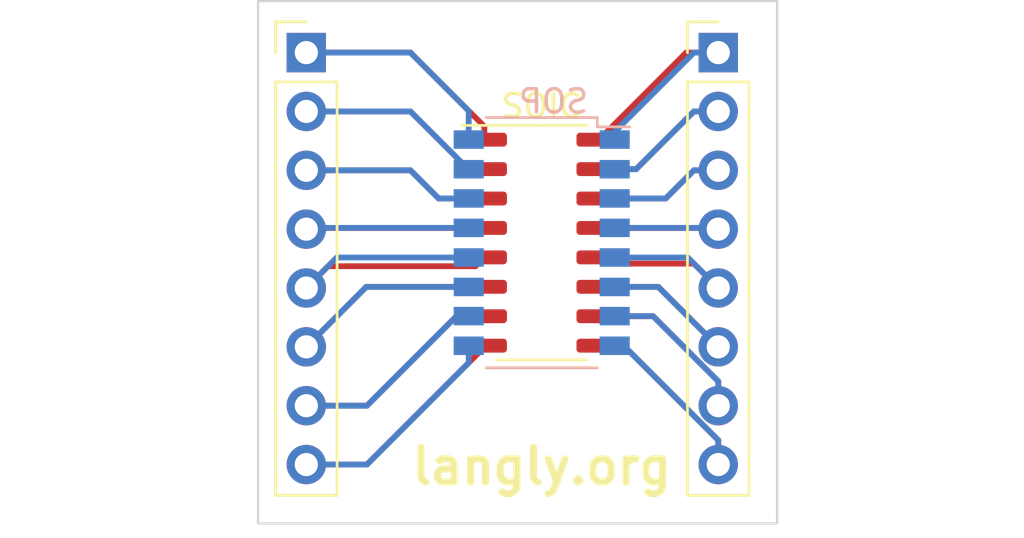
<source format=kicad_pcb>
(kicad_pcb (version 20211014) (generator pcbnew)
  (layers (0 "F.Cu" signal) (31 "B.Cu" signal) (34 "B.Paste" user) (35 "F.Paste" user) (36 "B.SilkS" user "B.Silkscreen") (37 "F.SilkS" user "F.Silkscreen") (38 "B.Mask" user) (39 "F.Mask" user) (44 "Edge.Cuts" user))
  (net 0 "")
  (footprint "LOGO" (layer "F.Cu") (at 142.24 97.536)
    (fp_text reference "G***" hide)
    (fp_text value "LOGO" hide)
  )
  (footprint "Connector_PinHeader_2.54mm:PinHeader_1x08_P2.54mm_Vertical" (layer "F.Cu") (at 132.08 82.22)
    (fp_text reference "REF**" hide)
    (fp_text value "PinHeader_1x08_P2.54mm_Vertical")
    (fp_line (start -1.33 1.27) (end -1.33 19.11) (layer "F.SilkS") (width 0.12))
    (fp_line (start -1.33 -1.33) (end 0 -1.33) (layer "F.SilkS") (width 0.12))
    (fp_line (start 1.33 1.27) (end 1.33 19.11) (layer "F.SilkS") (width 0.12))
    (fp_line (start -1.33 0) (end -1.33 -1.33) (layer "F.SilkS") (width 0.12))
    (fp_line (start -1.33 1.27) (end 1.33 1.27) (layer "F.SilkS") (width 0.12))
    (fp_line (start -1.33 19.11) (end 1.33 19.11) (layer "F.SilkS") (width 0.12))
    (pad "1" thru_hole rect (at 0 0) (size 1.7 1.7) (drill 1) (layers *.Cu *.Mask))
    (pad "2" thru_hole oval (at 0 2.54) (size 1.7 1.7) (drill 1) (layers *.Cu *.Mask))
    (pad "3" thru_hole oval (at 0 5.08) (size 1.7 1.7) (drill 1) (layers *.Cu *.Mask))
    (pad "4" thru_hole oval (at 0 7.62) (size 1.7 1.7) (drill 1) (layers *.Cu *.Mask))
    (pad "5" thru_hole oval (at 0 10.16) (size 1.7 1.7) (drill 1) (layers *.Cu *.Mask))
    (pad "6" thru_hole oval (at 0 12.7) (size 1.7 1.7) (drill 1) (layers *.Cu *.Mask))
    (pad "7" thru_hole oval (at 0 15.24) (size 1.7 1.7) (drill 1) (layers *.Cu *.Mask))
    (pad "8" thru_hole oval (at 0 17.78) (size 1.7 1.7) (drill 1) (layers *.Cu *.Mask))
  )
  (footprint "Package_SO:SOIC-16_3.9x9.9mm_P1.27mm" (layer "F.Cu") (at 142.24 90.424)
    (fp_text reference "SOIC" (at 0 -5.9) (layer "F.SilkS"))
    (fp_text value "SOIC-16_3.9x9.9mm_P1.27mm")
    (fp_line (start 0 -5.06) (end -3.45 -5.06) (layer "F.SilkS") (width 0.12))
    (fp_line (start 0 5.06) (end -1.95 5.06) (layer "F.SilkS") (width 0.12))
    (fp_line (start 0 -5.06) (end 1.95 -5.06) (layer "F.SilkS") (width 0.12))
    (fp_line (start 0 5.06) (end 1.95 5.06) (layer "F.SilkS") (width 0.12))
    (pad "1" smd roundrect (at -2.475 -4.445) (size 1.95 0.6) (layers "F.Cu" "F.Paste" "F.Mask"))
    (pad "2" smd roundrect (at -2.475 -3.175) (size 1.95 0.6) (layers "F.Cu" "F.Paste" "F.Mask"))
    (pad "3" smd roundrect (at -2.475 -1.905) (size 1.95 0.6) (layers "F.Cu" "F.Paste" "F.Mask"))
    (pad "4" smd roundrect (at -2.475 -0.635) (size 1.95 0.6) (layers "F.Cu" "F.Paste" "F.Mask"))
    (pad "5" smd roundrect (at -2.475 0.635) (size 1.95 0.6) (layers "F.Cu" "F.Paste" "F.Mask"))
    (pad "6" smd roundrect (at -2.475 1.905) (size 1.95 0.6) (layers "F.Cu" "F.Paste" "F.Mask"))
    (pad "7" smd roundrect (at -2.475 3.175) (size 1.95 0.6) (layers "F.Cu" "F.Paste" "F.Mask"))
    (pad "8" smd roundrect (at -2.475 4.445) (size 1.95 0.6) (layers "F.Cu" "F.Paste" "F.Mask"))
    (pad "9" smd roundrect (at 2.475 4.445) (size 1.95 0.6) (layers "F.Cu" "F.Paste" "F.Mask"))
    (pad "10" smd roundrect (at 2.475 3.175) (size 1.95 0.6) (layers "F.Cu" "F.Paste" "F.Mask"))
    (pad "11" smd roundrect (at 2.475 1.905) (size 1.95 0.6) (layers "F.Cu" "F.Paste" "F.Mask"))
    (pad "12" smd roundrect (at 2.475 0.635) (size 1.95 0.6) (layers "F.Cu" "F.Paste" "F.Mask"))
    (pad "13" smd roundrect (at 2.475 -0.635) (size 1.95 0.6) (layers "F.Cu" "F.Paste" "F.Mask"))
    (pad "14" smd roundrect (at 2.475 -1.905) (size 1.95 0.6) (layers "F.Cu" "F.Paste" "F.Mask"))
    (pad "15" smd roundrect (at 2.475 -3.175) (size 1.95 0.6) (layers "F.Cu" "F.Paste" "F.Mask"))
    (pad "16" smd roundrect (at 2.475 -4.445) (size 1.95 0.6) (layers "F.Cu" "F.Paste" "F.Mask"))
  )
  (footprint "Connector_PinHeader_2.54mm:PinHeader_1x08_P2.54mm_Vertical" (layer "F.Cu") (at 149.86 82.22)
    (fp_text reference "REF**" hide)
    (fp_text value "PinHeader_1x08_P2.54mm_Vertical")
    (fp_line (start -1.33 19.11) (end 1.33 19.11) (layer "F.SilkS") (width 0.12))
    (fp_line (start -1.33 -1.33) (end 0 -1.33) (layer "F.SilkS") (width 0.12))
    (fp_line (start -1.33 0) (end -1.33 -1.33) (layer "F.SilkS") (width 0.12))
    (fp_line (start -1.33 1.27) (end 1.33 1.27) (layer "F.SilkS") (width 0.12))
    (fp_line (start -1.33 1.27) (end -1.33 19.11) (layer "F.SilkS") (width 0.12))
    (fp_line (start 1.33 1.27) (end 1.33 19.11) (layer "F.SilkS") (width 0.12))
    (pad "1" thru_hole rect (at 0 0) (size 1.7 1.7) (drill 1) (layers *.Cu *.Mask))
    (pad "2" thru_hole oval (at 0 2.54) (size 1.7 1.7) (drill 1) (layers *.Cu *.Mask))
    (pad "3" thru_hole oval (at 0 5.08) (size 1.7 1.7) (drill 1) (layers *.Cu *.Mask))
    (pad "4" thru_hole oval (at 0 7.62) (size 1.7 1.7) (drill 1) (layers *.Cu *.Mask))
    (pad "5" thru_hole oval (at 0 10.16) (size 1.7 1.7) (drill 1) (layers *.Cu *.Mask))
    (pad "6" thru_hole oval (at 0 12.7) (size 1.7 1.7) (drill 1) (layers *.Cu *.Mask))
    (pad "7" thru_hole oval (at 0 15.24) (size 1.7 1.7) (drill 1) (layers *.Cu *.Mask))
    (pad "8" thru_hole oval (at 0 17.78) (size 1.7 1.7) (drill 1) (layers *.Cu *.Mask))
  )
  (footprint "Package_SO:SOP-16_4.4x10.4mm_P1.27mm" (layer "B.Cu") (at 142.24 90.424 180)
    (fp_text reference "REF**" hide)
    (fp_text value "SOP-16_4.4x10.4mm_P1.27mm")
    (fp_line (start -2.4 5.4) (end 2.4 5.4) (layer "B.SilkS") (width 0.12))
    (fp_line (start -2.4 5) (end -3.8 5) (layer "B.SilkS") (width 0.12))
    (fp_line (start -2.4 -5.4) (end 2.4 -5.4) (layer "B.SilkS") (width 0.12))
    (fp_line (start -2.4 5.4) (end -2.4 5) (layer "B.SilkS") (width 0.12))
    (pad "1" smd rect (at -3.15 4.45 180) (size 1.3 0.8) (layers "B.Cu" "B.Paste" "B.Mask"))
    (pad "2" smd rect (at -3.15 3.17 180) (size 1.3 0.8) (layers "B.Cu" "B.Paste" "B.Mask"))
    (pad "3" smd rect (at -3.15 1.91 180) (size 1.3 0.8) (layers "B.Cu" "B.Paste" "B.Mask"))
    (pad "4" smd rect (at -3.15 0.64 180) (size 1.3 0.8) (layers "B.Cu" "B.Paste" "B.Mask"))
    (pad "5" smd rect (at -3.15 -0.64 180) (size 1.3 0.8) (layers "B.Cu" "B.Paste" "B.Mask"))
    (pad "6" smd rect (at -3.15 -1.91 180) (size 1.3 0.8) (layers "B.Cu" "B.Paste" "B.Mask"))
    (pad "7" smd rect (at -3.15 -3.17 180) (size 1.3 0.8) (layers "B.Cu" "B.Paste" "B.Mask"))
    (pad "8" smd rect (at -3.15 -4.45 180) (size 1.3 0.8) (layers "B.Cu" "B.Paste" "B.Mask"))
    (pad "9" smd rect (at 3.15 -4.45 180) (size 1.3 0.8) (layers "B.Cu" "B.Paste" "B.Mask"))
    (pad "10" smd rect (at 3.15 -3.17 180) (size 1.3 0.8) (layers "B.Cu" "B.Paste" "B.Mask"))
    (pad "11" smd rect (at 3.15 -1.91 180) (size 1.3 0.8) (layers "B.Cu" "B.Paste" "B.Mask"))
    (pad "12" smd rect (at 3.15 -0.64 180) (size 1.3 0.8) (layers "B.Cu" "B.Paste" "B.Mask"))
    (pad "13" smd rect (at 3.15 0.64 180) (size 1.3 0.8) (layers "B.Cu" "B.Paste" "B.Mask"))
    (pad "14" smd rect (at 3.15 1.91 180) (size 1.3 0.8) (layers "B.Cu" "B.Paste" "B.Mask"))
    (pad "15" smd rect (at 3.15 3.17 180) (size 1.3 0.8) (layers "B.Cu" "B.Paste" "B.Mask"))
    (pad "16" smd rect (at 3.15 4.45 180) (size 1.3 0.8) (layers "B.Cu" "B.Paste" "B.Mask"))
  )
  (gr_line (start 130 80) (end 130 102.54) (layer "Edge.Cuts") (width 0.1))
  (gr_line (start 152.4 102.54) (end 130 102.54) (layer "Edge.Cuts") (width 0.1))
  (gr_line (start 152.4 80) (end 152.4 102.54) (layer "Edge.Cuts") (width 0.1))
  (gr_line (start 130 80) (end 152.4 80) (layer "Edge.Cuts") (width 0.1))
  (gr_text "SOP" (at 142.748 84.328) (layer "B.SilkS") (effects (font (size 1 1)) (justify mirror)))
  (gr_text "langly.org" (at 142.24 100.076) (layer "F.SilkS") (effects (font (size 1.5 1.5) (thickness 0.3))))
  (segment (start 144.715 94.869) (end 145.781 94.869) (width 0.25) (layer "F.Cu") (net 0))
  (segment (start 139.765 91.059) (end 139.384 91.44) (width 0.25) (layer "F.Cu") (net 0))
  (segment (start 148.808 87.3) (end 149.86 87.3) (width 0.25) (layer "F.Cu") (net 0))
  (segment (start 136.576 87.3) (end 132.08 87.3) (width 0.25) (layer "F.Cu") (net 0))
  (segment (start 136.576 84.76) (end 132.08 84.76) (width 0.25) (layer "F.Cu") (net 0))
  (segment (start 139.765 92.329) (end 134.671 92.329) (width 0.25) (layer "F.Cu") (net 0))
  (segment (start 139.765 93.599) (end 138.557 93.599) (width 0.25) (layer "F.Cu") (net 0))
  (segment (start 139.765 89.789) (end 132.131 89.789) (width 0.25) (layer "F.Cu") (net 0))
  (segment (start 146.319 87.249) (end 148.808 84.76) (width 0.25) (layer "F.Cu") (net 0))
  (segment (start 139.765 87.249) (end 139.065 87.249) (width 0.25) (layer "F.Cu") (net 0))
  (segment (start 144.984 91.328) (end 148.808 91.328) (width 0.25) (layer "F.Cu") (net 0))
  (segment (start 144.715 93.599) (end 147.051 93.599) (width 0.25) (layer "F.Cu") (net 0))
  (segment (start 149.809 89.789) (end 149.86 89.84) (width 0.25) (layer "F.Cu") (net 0))
  (segment (start 139.384 91.44) (end 133.02 91.44) (width 0.25) (layer "F.Cu") (net 0))
  (segment (start 144.715 92.329) (end 147.269 92.329) (width 0.25) (layer "F.Cu") (net 0))
  (segment (start 147.051 93.599) (end 149.86 96.408) (width 0.25) (layer "F.Cu") (net 0))
  (segment (start 137.795 88.519) (end 136.576 87.3) (width 0.25) (layer "F.Cu") (net 0))
  (segment (start 147.269 92.329) (end 149.86 94.92) (width 0.25) (layer "F.Cu") (net 0))
  (segment (start 149.86 98.948) (end 149.86 100) (width 0.25) (layer "F.Cu") (net 0))
  (segment (start 147.589 88.519) (end 148.808 87.3) (width 0.25) (layer "F.Cu") (net 0))
  (segment (start 139.765 94.931) (end 134.696 100) (width 0.25) (layer "F.Cu") (net 0))
  (segment (start 139.765 85.409) (end 136.576 82.22) (width 0.25) (layer "F.Cu") (net 0))
  (segment (start 139.765 85.979) (end 139.765 85.409) (width 0.25) (layer "F.Cu") (net 0))
  (segment (start 136.576 82.22) (end 132.08 82.22) (width 0.25) (layer "F.Cu") (net 0))
  (segment (start 149.86 96.408) (end 149.86 97.46) (width 0.25) (layer "F.Cu") (net 0))
  (segment (start 148.808 91.328) (end 149.86 92.38) (width 0.25) (layer "F.Cu") (net 0))
  (segment (start 138.557 93.599) (end 134.696 97.46) (width 0.25) (layer "F.Cu") (net 0))
  (segment (start 144.715 88.519) (end 147.589 88.519) (width 0.25) (layer "F.Cu") (net 0))
  (segment (start 145.781 94.869) (end 149.86 98.948) (width 0.25) (layer "F.Cu") (net 0))
  (segment (start 144.715 85.979) (end 148.474 82.22) (width 0.25) (layer "F.Cu") (net 0))
  (segment (start 134.696 100) (end 132.08 100) (width 0.25) (layer "F.Cu") (net 0))
  (segment (start 134.671 92.329) (end 132.08 94.92) (width 0.25) (layer "F.Cu") (net 0))
  (segment (start 132.131 89.789) (end 132.08 89.84) (width 0.25) (layer "F.Cu") (net 0))
  (segment (start 144.715 91.059) (end 144.984 91.328) (width 0.25) (layer "F.Cu") (net 0))
  (segment (start 144.715 89.789) (end 149.809 89.789) (width 0.25) (layer "F.Cu") (net 0))
  (segment (start 133.02 91.44) (end 132.08 92.38) (width 0.25) (layer "F.Cu") (net 0))
  (segment (start 139.765 94.869) (end 139.765 94.931) (width 0.25) (layer "F.Cu") (net 0))
  (segment (start 139.065 87.249) (end 136.576 84.76) (width 0.25) (layer "F.Cu") (net 0))
  (segment (start 144.715 87.249) (end 146.319 87.249) (width 0.25) (layer "F.Cu") (net 0))
  (segment (start 148.808 84.76) (end 149.86 84.76) (width 0.25) (layer "F.Cu") (net 0))
  (segment (start 148.474 82.22) (end 149.86 82.22) (width 0.25) (layer "F.Cu") (net 0))
  (segment (start 134.696 97.46) (end 132.08 97.46) (width 0.25) (layer "F.Cu") (net 0))
  (segment (start 139.765 88.519) (end 137.795 88.519) (width 0.25) (layer "F.Cu") (net 0))
  (segment (start 147.046 93.594) (end 149.86 96.408) (width 0.25) (layer "B.Cu") (net 0))
  (segment (start 139.09 85.974) (end 139.09 84.734) (width 0.25) (layer "B.Cu") (net 0))
  (segment (start 147.274 92.334) (end 149.86 94.92) (width 0.25) (layer "B.Cu") (net 0))
  (segment (start 137.79 88.514) (end 136.576 87.3) (width 0.25) (layer "B.Cu") (net 0))
  (segment (start 139.09 94.874) (end 139.09 95.606) (width 0.25) (layer "B.Cu") (net 0))
  (segment (start 139.09 91.064) (end 133.396 91.064) (width 0.25) (layer "B.Cu") (net 0))
  (segment (start 139.07 87.254) (end 136.576 84.76) (width 0.25) (layer "B.Cu") (net 0))
  (segment (start 139.09 92.334) (end 134.666 92.334) (width 0.25) (layer "B.Cu") (net 0))
  (segment (start 145.39 94.874) (end 145.786 94.874) (width 0.25) (layer "B.Cu") (net 0))
  (segment (start 134.696 97.46) (end 132.08 97.46) (width 0.25) (layer "B.Cu") (net 0))
  (segment (start 139.09 95.606) (end 134.696 100) (width 0.25) (layer "B.Cu") (net 0))
  (segment (start 139.09 87.254) (end 139.07 87.254) (width 0.25) (layer "B.Cu") (net 0))
  (segment (start 148.808 82.22) (end 149.86 82.22) (width 0.25) (layer "B.Cu") (net 0))
  (segment (start 136.576 82.22) (end 132.08 82.22) (width 0.25) (layer "B.Cu") (net 0))
  (segment (start 138.562 93.594) (end 134.696 97.46) (width 0.25) (layer "B.Cu") (net 0))
  (segment (start 133.396 91.064) (end 132.08 92.38) (width 0.25) (layer "B.Cu") (net 0))
  (segment (start 145.39 89.784) (end 149.804 89.784) (width 0.25) (layer "B.Cu") (net 0))
  (segment (start 145.39 87.254) (end 146.314 87.254) (width 0.25) (layer "B.Cu") (net 0))
  (segment (start 149.86 96.408) (end 149.86 97.46) (width 0.25) (layer "B.Cu") (net 0))
  (segment (start 145.39 85.974) (end 145.39 85.638) (width 0.25) (layer "B.Cu") (net 0))
  (segment (start 134.666 92.334) (end 132.08 94.92) (width 0.25) (layer "B.Cu") (net 0))
  (segment (start 145.39 88.514) (end 147.594 88.514) (width 0.25) (layer "B.Cu") (net 0))
  (segment (start 147.594 88.514) (end 148.808 87.3) (width 0.25) (layer "B.Cu") (net 0))
  (segment (start 145.39 93.594) (end 147.046 93.594) (width 0.25) (layer "B.Cu") (net 0))
  (segment (start 148.808 87.3) (end 149.86 87.3) (width 0.25) (layer "B.Cu") (net 0))
  (segment (start 136.576 87.3) (end 132.08 87.3) (width 0.25) (layer "B.Cu") (net 0))
  (segment (start 145.39 85.638) (end 148.808 82.22) (width 0.25) (layer "B.Cu") (net 0))
  (segment (start 149.804 89.784) (end 149.86 89.84) (width 0.25) (layer "B.Cu") (net 0))
  (segment (start 139.09 84.734) (end 136.576 82.22) (width 0.25) (layer "B.Cu") (net 0))
  (segment (start 134.696 100) (end 132.08 100) (width 0.25) (layer "B.Cu") (net 0))
  (segment (start 149.86 98.948) (end 149.86 100) (width 0.25) (layer "B.Cu") (net 0))
  (segment (start 132.136 89.784) (end 132.08 89.84) (width 0.25) (layer "B.Cu") (net 0))
  (segment (start 146.314 87.254) (end 148.808 84.76) (width 0.25) (layer "B.Cu") (net 0))
  (segment (start 139.09 89.784) (end 132.136 89.784) (width 0.25) (layer "B.Cu") (net 0))
  (segment (start 139.09 93.594) (end 138.562 93.594) (width 0.25) (layer "B.Cu") (net 0))
  (segment (start 145.786 94.874) (end 149.86 98.948) (width 0.25) (layer "B.Cu") (net 0))
  (segment (start 145.39 92.334) (end 147.274 92.334) (width 0.25) (layer "B.Cu") (net 0))
  (segment (start 139.09 88.514) (end 137.79 88.514) (width 0.25) (layer "B.Cu") (net 0))
  (segment (start 148.808 84.76) (end 149.86 84.76) (width 0.25) (layer "B.Cu") (net 0))
  (segment (start 148.544 91.064) (end 149.86 92.38) (width 0.25) (layer "B.Cu") (net 0))
  (segment (start 145.39 91.064) (end 148.544 91.064) (width 0.25) (layer "B.Cu") (net 0))
  (segment (start 136.576 84.76) (end 132.08 84.76) (width 0.25) (layer "B.Cu") (net 0))
)
</source>
